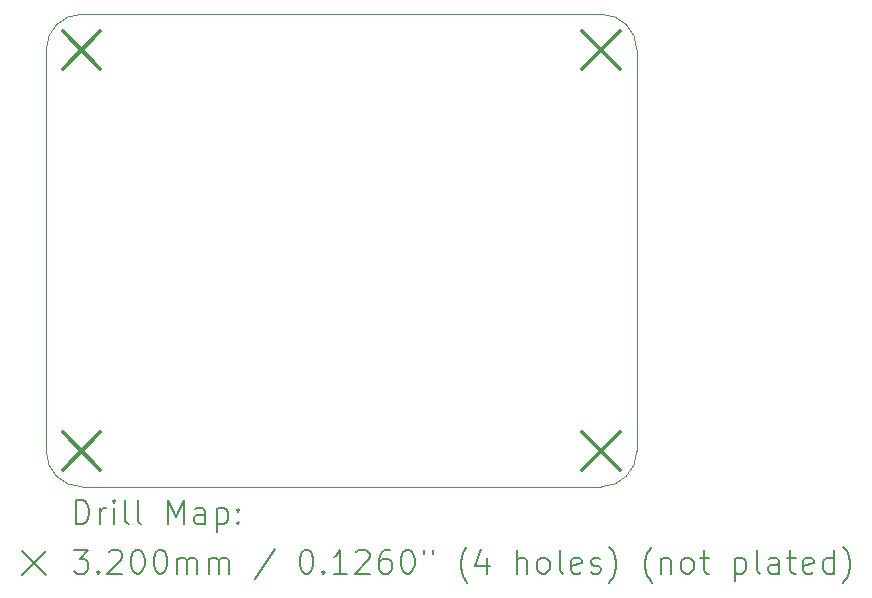
<source format=gbr>
%TF.GenerationSoftware,KiCad,Pcbnew,(6.0.7)*%
%TF.CreationDate,2022-10-27T11:43:51+02:00*%
%TF.ProjectId,hydCircCon,68796443-6972-4634-936f-6e2e6b696361,rev?*%
%TF.SameCoordinates,Original*%
%TF.FileFunction,Drillmap*%
%TF.FilePolarity,Positive*%
%FSLAX45Y45*%
G04 Gerber Fmt 4.5, Leading zero omitted, Abs format (unit mm)*
G04 Created by KiCad (PCBNEW (6.0.7)) date 2022-10-27 11:43:51*
%MOMM*%
%LPD*%
G01*
G04 APERTURE LIST*
%ADD10C,0.100000*%
%ADD11C,0.200000*%
%ADD12C,0.320000*%
G04 APERTURE END LIST*
D10*
X14825000Y-8950000D02*
X14825000Y-12350000D01*
X19525000Y-8650000D02*
X15125000Y-8650000D01*
X19825000Y-8950000D02*
X19825000Y-12350000D01*
X14825000Y-12350000D02*
G75*
G03*
X15125000Y-12650000I300000J0D01*
G01*
X19525000Y-12650000D02*
G75*
G03*
X19825000Y-12350000I0J300000D01*
G01*
X15125000Y-8650000D02*
G75*
G03*
X14825000Y-8950000I0J-300000D01*
G01*
X19825000Y-8950000D02*
G75*
G03*
X19525000Y-8650000I-300000J0D01*
G01*
X19525000Y-12650000D02*
X15125000Y-12650000D01*
D11*
D12*
X14965000Y-8790000D02*
X15285000Y-9110000D01*
X15285000Y-8790000D02*
X14965000Y-9110000D01*
X14965000Y-12190000D02*
X15285000Y-12510000D01*
X15285000Y-12190000D02*
X14965000Y-12510000D01*
X19365000Y-8790000D02*
X19685000Y-9110000D01*
X19685000Y-8790000D02*
X19365000Y-9110000D01*
X19365000Y-12190000D02*
X19685000Y-12510000D01*
X19685000Y-12190000D02*
X19365000Y-12510000D01*
D11*
X15077619Y-12965476D02*
X15077619Y-12765476D01*
X15125238Y-12765476D01*
X15153809Y-12775000D01*
X15172857Y-12794048D01*
X15182381Y-12813095D01*
X15191905Y-12851190D01*
X15191905Y-12879762D01*
X15182381Y-12917857D01*
X15172857Y-12936905D01*
X15153809Y-12955952D01*
X15125238Y-12965476D01*
X15077619Y-12965476D01*
X15277619Y-12965476D02*
X15277619Y-12832143D01*
X15277619Y-12870238D02*
X15287143Y-12851190D01*
X15296667Y-12841667D01*
X15315714Y-12832143D01*
X15334762Y-12832143D01*
X15401428Y-12965476D02*
X15401428Y-12832143D01*
X15401428Y-12765476D02*
X15391905Y-12775000D01*
X15401428Y-12784524D01*
X15410952Y-12775000D01*
X15401428Y-12765476D01*
X15401428Y-12784524D01*
X15525238Y-12965476D02*
X15506190Y-12955952D01*
X15496667Y-12936905D01*
X15496667Y-12765476D01*
X15630000Y-12965476D02*
X15610952Y-12955952D01*
X15601428Y-12936905D01*
X15601428Y-12765476D01*
X15858571Y-12965476D02*
X15858571Y-12765476D01*
X15925238Y-12908333D01*
X15991905Y-12765476D01*
X15991905Y-12965476D01*
X16172857Y-12965476D02*
X16172857Y-12860714D01*
X16163333Y-12841667D01*
X16144286Y-12832143D01*
X16106190Y-12832143D01*
X16087143Y-12841667D01*
X16172857Y-12955952D02*
X16153809Y-12965476D01*
X16106190Y-12965476D01*
X16087143Y-12955952D01*
X16077619Y-12936905D01*
X16077619Y-12917857D01*
X16087143Y-12898809D01*
X16106190Y-12889286D01*
X16153809Y-12889286D01*
X16172857Y-12879762D01*
X16268095Y-12832143D02*
X16268095Y-13032143D01*
X16268095Y-12841667D02*
X16287143Y-12832143D01*
X16325238Y-12832143D01*
X16344286Y-12841667D01*
X16353809Y-12851190D01*
X16363333Y-12870238D01*
X16363333Y-12927381D01*
X16353809Y-12946428D01*
X16344286Y-12955952D01*
X16325238Y-12965476D01*
X16287143Y-12965476D01*
X16268095Y-12955952D01*
X16449048Y-12946428D02*
X16458571Y-12955952D01*
X16449048Y-12965476D01*
X16439524Y-12955952D01*
X16449048Y-12946428D01*
X16449048Y-12965476D01*
X16449048Y-12841667D02*
X16458571Y-12851190D01*
X16449048Y-12860714D01*
X16439524Y-12851190D01*
X16449048Y-12841667D01*
X16449048Y-12860714D01*
X14620000Y-13195000D02*
X14820000Y-13395000D01*
X14820000Y-13195000D02*
X14620000Y-13395000D01*
X15058571Y-13185476D02*
X15182381Y-13185476D01*
X15115714Y-13261667D01*
X15144286Y-13261667D01*
X15163333Y-13271190D01*
X15172857Y-13280714D01*
X15182381Y-13299762D01*
X15182381Y-13347381D01*
X15172857Y-13366428D01*
X15163333Y-13375952D01*
X15144286Y-13385476D01*
X15087143Y-13385476D01*
X15068095Y-13375952D01*
X15058571Y-13366428D01*
X15268095Y-13366428D02*
X15277619Y-13375952D01*
X15268095Y-13385476D01*
X15258571Y-13375952D01*
X15268095Y-13366428D01*
X15268095Y-13385476D01*
X15353809Y-13204524D02*
X15363333Y-13195000D01*
X15382381Y-13185476D01*
X15430000Y-13185476D01*
X15449048Y-13195000D01*
X15458571Y-13204524D01*
X15468095Y-13223571D01*
X15468095Y-13242619D01*
X15458571Y-13271190D01*
X15344286Y-13385476D01*
X15468095Y-13385476D01*
X15591905Y-13185476D02*
X15610952Y-13185476D01*
X15630000Y-13195000D01*
X15639524Y-13204524D01*
X15649048Y-13223571D01*
X15658571Y-13261667D01*
X15658571Y-13309286D01*
X15649048Y-13347381D01*
X15639524Y-13366428D01*
X15630000Y-13375952D01*
X15610952Y-13385476D01*
X15591905Y-13385476D01*
X15572857Y-13375952D01*
X15563333Y-13366428D01*
X15553809Y-13347381D01*
X15544286Y-13309286D01*
X15544286Y-13261667D01*
X15553809Y-13223571D01*
X15563333Y-13204524D01*
X15572857Y-13195000D01*
X15591905Y-13185476D01*
X15782381Y-13185476D02*
X15801428Y-13185476D01*
X15820476Y-13195000D01*
X15830000Y-13204524D01*
X15839524Y-13223571D01*
X15849048Y-13261667D01*
X15849048Y-13309286D01*
X15839524Y-13347381D01*
X15830000Y-13366428D01*
X15820476Y-13375952D01*
X15801428Y-13385476D01*
X15782381Y-13385476D01*
X15763333Y-13375952D01*
X15753809Y-13366428D01*
X15744286Y-13347381D01*
X15734762Y-13309286D01*
X15734762Y-13261667D01*
X15744286Y-13223571D01*
X15753809Y-13204524D01*
X15763333Y-13195000D01*
X15782381Y-13185476D01*
X15934762Y-13385476D02*
X15934762Y-13252143D01*
X15934762Y-13271190D02*
X15944286Y-13261667D01*
X15963333Y-13252143D01*
X15991905Y-13252143D01*
X16010952Y-13261667D01*
X16020476Y-13280714D01*
X16020476Y-13385476D01*
X16020476Y-13280714D02*
X16030000Y-13261667D01*
X16049048Y-13252143D01*
X16077619Y-13252143D01*
X16096667Y-13261667D01*
X16106190Y-13280714D01*
X16106190Y-13385476D01*
X16201428Y-13385476D02*
X16201428Y-13252143D01*
X16201428Y-13271190D02*
X16210952Y-13261667D01*
X16230000Y-13252143D01*
X16258571Y-13252143D01*
X16277619Y-13261667D01*
X16287143Y-13280714D01*
X16287143Y-13385476D01*
X16287143Y-13280714D02*
X16296667Y-13261667D01*
X16315714Y-13252143D01*
X16344286Y-13252143D01*
X16363333Y-13261667D01*
X16372857Y-13280714D01*
X16372857Y-13385476D01*
X16763333Y-13175952D02*
X16591905Y-13433095D01*
X17020476Y-13185476D02*
X17039524Y-13185476D01*
X17058571Y-13195000D01*
X17068095Y-13204524D01*
X17077619Y-13223571D01*
X17087143Y-13261667D01*
X17087143Y-13309286D01*
X17077619Y-13347381D01*
X17068095Y-13366428D01*
X17058571Y-13375952D01*
X17039524Y-13385476D01*
X17020476Y-13385476D01*
X17001429Y-13375952D01*
X16991905Y-13366428D01*
X16982381Y-13347381D01*
X16972857Y-13309286D01*
X16972857Y-13261667D01*
X16982381Y-13223571D01*
X16991905Y-13204524D01*
X17001429Y-13195000D01*
X17020476Y-13185476D01*
X17172857Y-13366428D02*
X17182381Y-13375952D01*
X17172857Y-13385476D01*
X17163333Y-13375952D01*
X17172857Y-13366428D01*
X17172857Y-13385476D01*
X17372857Y-13385476D02*
X17258571Y-13385476D01*
X17315714Y-13385476D02*
X17315714Y-13185476D01*
X17296667Y-13214048D01*
X17277619Y-13233095D01*
X17258571Y-13242619D01*
X17449048Y-13204524D02*
X17458571Y-13195000D01*
X17477619Y-13185476D01*
X17525238Y-13185476D01*
X17544286Y-13195000D01*
X17553810Y-13204524D01*
X17563333Y-13223571D01*
X17563333Y-13242619D01*
X17553810Y-13271190D01*
X17439524Y-13385476D01*
X17563333Y-13385476D01*
X17734762Y-13185476D02*
X17696667Y-13185476D01*
X17677619Y-13195000D01*
X17668095Y-13204524D01*
X17649048Y-13233095D01*
X17639524Y-13271190D01*
X17639524Y-13347381D01*
X17649048Y-13366428D01*
X17658571Y-13375952D01*
X17677619Y-13385476D01*
X17715714Y-13385476D01*
X17734762Y-13375952D01*
X17744286Y-13366428D01*
X17753810Y-13347381D01*
X17753810Y-13299762D01*
X17744286Y-13280714D01*
X17734762Y-13271190D01*
X17715714Y-13261667D01*
X17677619Y-13261667D01*
X17658571Y-13271190D01*
X17649048Y-13280714D01*
X17639524Y-13299762D01*
X17877619Y-13185476D02*
X17896667Y-13185476D01*
X17915714Y-13195000D01*
X17925238Y-13204524D01*
X17934762Y-13223571D01*
X17944286Y-13261667D01*
X17944286Y-13309286D01*
X17934762Y-13347381D01*
X17925238Y-13366428D01*
X17915714Y-13375952D01*
X17896667Y-13385476D01*
X17877619Y-13385476D01*
X17858571Y-13375952D01*
X17849048Y-13366428D01*
X17839524Y-13347381D01*
X17830000Y-13309286D01*
X17830000Y-13261667D01*
X17839524Y-13223571D01*
X17849048Y-13204524D01*
X17858571Y-13195000D01*
X17877619Y-13185476D01*
X18020476Y-13185476D02*
X18020476Y-13223571D01*
X18096667Y-13185476D02*
X18096667Y-13223571D01*
X18391905Y-13461667D02*
X18382381Y-13452143D01*
X18363333Y-13423571D01*
X18353810Y-13404524D01*
X18344286Y-13375952D01*
X18334762Y-13328333D01*
X18334762Y-13290238D01*
X18344286Y-13242619D01*
X18353810Y-13214048D01*
X18363333Y-13195000D01*
X18382381Y-13166428D01*
X18391905Y-13156905D01*
X18553810Y-13252143D02*
X18553810Y-13385476D01*
X18506190Y-13175952D02*
X18458571Y-13318809D01*
X18582381Y-13318809D01*
X18810952Y-13385476D02*
X18810952Y-13185476D01*
X18896667Y-13385476D02*
X18896667Y-13280714D01*
X18887143Y-13261667D01*
X18868095Y-13252143D01*
X18839524Y-13252143D01*
X18820476Y-13261667D01*
X18810952Y-13271190D01*
X19020476Y-13385476D02*
X19001429Y-13375952D01*
X18991905Y-13366428D01*
X18982381Y-13347381D01*
X18982381Y-13290238D01*
X18991905Y-13271190D01*
X19001429Y-13261667D01*
X19020476Y-13252143D01*
X19049048Y-13252143D01*
X19068095Y-13261667D01*
X19077619Y-13271190D01*
X19087143Y-13290238D01*
X19087143Y-13347381D01*
X19077619Y-13366428D01*
X19068095Y-13375952D01*
X19049048Y-13385476D01*
X19020476Y-13385476D01*
X19201429Y-13385476D02*
X19182381Y-13375952D01*
X19172857Y-13356905D01*
X19172857Y-13185476D01*
X19353810Y-13375952D02*
X19334762Y-13385476D01*
X19296667Y-13385476D01*
X19277619Y-13375952D01*
X19268095Y-13356905D01*
X19268095Y-13280714D01*
X19277619Y-13261667D01*
X19296667Y-13252143D01*
X19334762Y-13252143D01*
X19353810Y-13261667D01*
X19363333Y-13280714D01*
X19363333Y-13299762D01*
X19268095Y-13318809D01*
X19439524Y-13375952D02*
X19458571Y-13385476D01*
X19496667Y-13385476D01*
X19515714Y-13375952D01*
X19525238Y-13356905D01*
X19525238Y-13347381D01*
X19515714Y-13328333D01*
X19496667Y-13318809D01*
X19468095Y-13318809D01*
X19449048Y-13309286D01*
X19439524Y-13290238D01*
X19439524Y-13280714D01*
X19449048Y-13261667D01*
X19468095Y-13252143D01*
X19496667Y-13252143D01*
X19515714Y-13261667D01*
X19591905Y-13461667D02*
X19601429Y-13452143D01*
X19620476Y-13423571D01*
X19630000Y-13404524D01*
X19639524Y-13375952D01*
X19649048Y-13328333D01*
X19649048Y-13290238D01*
X19639524Y-13242619D01*
X19630000Y-13214048D01*
X19620476Y-13195000D01*
X19601429Y-13166428D01*
X19591905Y-13156905D01*
X19953810Y-13461667D02*
X19944286Y-13452143D01*
X19925238Y-13423571D01*
X19915714Y-13404524D01*
X19906190Y-13375952D01*
X19896667Y-13328333D01*
X19896667Y-13290238D01*
X19906190Y-13242619D01*
X19915714Y-13214048D01*
X19925238Y-13195000D01*
X19944286Y-13166428D01*
X19953810Y-13156905D01*
X20030000Y-13252143D02*
X20030000Y-13385476D01*
X20030000Y-13271190D02*
X20039524Y-13261667D01*
X20058571Y-13252143D01*
X20087143Y-13252143D01*
X20106190Y-13261667D01*
X20115714Y-13280714D01*
X20115714Y-13385476D01*
X20239524Y-13385476D02*
X20220476Y-13375952D01*
X20210952Y-13366428D01*
X20201429Y-13347381D01*
X20201429Y-13290238D01*
X20210952Y-13271190D01*
X20220476Y-13261667D01*
X20239524Y-13252143D01*
X20268095Y-13252143D01*
X20287143Y-13261667D01*
X20296667Y-13271190D01*
X20306190Y-13290238D01*
X20306190Y-13347381D01*
X20296667Y-13366428D01*
X20287143Y-13375952D01*
X20268095Y-13385476D01*
X20239524Y-13385476D01*
X20363333Y-13252143D02*
X20439524Y-13252143D01*
X20391905Y-13185476D02*
X20391905Y-13356905D01*
X20401429Y-13375952D01*
X20420476Y-13385476D01*
X20439524Y-13385476D01*
X20658571Y-13252143D02*
X20658571Y-13452143D01*
X20658571Y-13261667D02*
X20677619Y-13252143D01*
X20715714Y-13252143D01*
X20734762Y-13261667D01*
X20744286Y-13271190D01*
X20753810Y-13290238D01*
X20753810Y-13347381D01*
X20744286Y-13366428D01*
X20734762Y-13375952D01*
X20715714Y-13385476D01*
X20677619Y-13385476D01*
X20658571Y-13375952D01*
X20868095Y-13385476D02*
X20849048Y-13375952D01*
X20839524Y-13356905D01*
X20839524Y-13185476D01*
X21030000Y-13385476D02*
X21030000Y-13280714D01*
X21020476Y-13261667D01*
X21001429Y-13252143D01*
X20963333Y-13252143D01*
X20944286Y-13261667D01*
X21030000Y-13375952D02*
X21010952Y-13385476D01*
X20963333Y-13385476D01*
X20944286Y-13375952D01*
X20934762Y-13356905D01*
X20934762Y-13337857D01*
X20944286Y-13318809D01*
X20963333Y-13309286D01*
X21010952Y-13309286D01*
X21030000Y-13299762D01*
X21096667Y-13252143D02*
X21172857Y-13252143D01*
X21125238Y-13185476D02*
X21125238Y-13356905D01*
X21134762Y-13375952D01*
X21153810Y-13385476D01*
X21172857Y-13385476D01*
X21315714Y-13375952D02*
X21296667Y-13385476D01*
X21258571Y-13385476D01*
X21239524Y-13375952D01*
X21230000Y-13356905D01*
X21230000Y-13280714D01*
X21239524Y-13261667D01*
X21258571Y-13252143D01*
X21296667Y-13252143D01*
X21315714Y-13261667D01*
X21325238Y-13280714D01*
X21325238Y-13299762D01*
X21230000Y-13318809D01*
X21496667Y-13385476D02*
X21496667Y-13185476D01*
X21496667Y-13375952D02*
X21477619Y-13385476D01*
X21439524Y-13385476D01*
X21420476Y-13375952D01*
X21410952Y-13366428D01*
X21401429Y-13347381D01*
X21401429Y-13290238D01*
X21410952Y-13271190D01*
X21420476Y-13261667D01*
X21439524Y-13252143D01*
X21477619Y-13252143D01*
X21496667Y-13261667D01*
X21572857Y-13461667D02*
X21582381Y-13452143D01*
X21601429Y-13423571D01*
X21610952Y-13404524D01*
X21620476Y-13375952D01*
X21630000Y-13328333D01*
X21630000Y-13290238D01*
X21620476Y-13242619D01*
X21610952Y-13214048D01*
X21601429Y-13195000D01*
X21582381Y-13166428D01*
X21572857Y-13156905D01*
M02*

</source>
